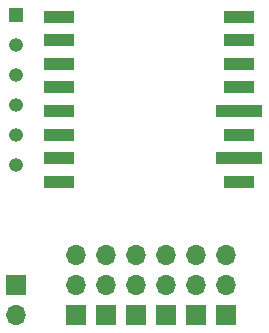
<source format=gbr>
%TF.GenerationSoftware,KiCad,Pcbnew,(6.0.2)*%
%TF.CreationDate,2022-09-28T21:47:16+01:00*%
%TF.ProjectId,m-link-lite,6d2d6c69-6e6b-42d6-9c69-74652e6b6963,rev?*%
%TF.SameCoordinates,Original*%
%TF.FileFunction,Soldermask,Bot*%
%TF.FilePolarity,Negative*%
%FSLAX46Y46*%
G04 Gerber Fmt 4.6, Leading zero omitted, Abs format (unit mm)*
G04 Created by KiCad (PCBNEW (6.0.2)) date 2022-09-28 21:47:16*
%MOMM*%
%LPD*%
G01*
G04 APERTURE LIST*
%ADD10O,1.700000X1.700000*%
%ADD11R,1.700000X1.700000*%
%ADD12R,1.200000X1.200000*%
%ADD13O,1.200000X1.200000*%
%ADD14R,2.500000X1.000000*%
%ADD15R,4.000000X1.000000*%
G04 APERTURE END LIST*
D10*
%TO.C,J3*%
X86360000Y-91440000D03*
X86360000Y-93980000D03*
D11*
X86360000Y-96520000D03*
D10*
X88900000Y-91440000D03*
X88900000Y-93980000D03*
D11*
X88900000Y-96520000D03*
D10*
X91440000Y-91440000D03*
X91440000Y-93980000D03*
D11*
X91440000Y-96520000D03*
D10*
X93980000Y-91440000D03*
X93980000Y-93980000D03*
D11*
X93980000Y-96520000D03*
D10*
X96520000Y-91440000D03*
X96520000Y-93980000D03*
D11*
X96520000Y-96520000D03*
D10*
X99060000Y-91440000D03*
X99060000Y-93980000D03*
D11*
X99060000Y-96520000D03*
%TD*%
D12*
%TO.C,J2*%
X81280000Y-71120000D03*
D13*
X81280000Y-73660000D03*
X81280000Y-76200000D03*
X81280000Y-78740000D03*
X81280000Y-81280000D03*
X81280000Y-83820000D03*
%TD*%
D11*
%TO.C,J1*%
X81280000Y-93980000D03*
D10*
X81280000Y-96520000D03*
%TD*%
D14*
%TO.C,U4*%
X100100000Y-71250000D03*
X100100000Y-73250000D03*
X100100000Y-75250000D03*
X100100000Y-77250000D03*
D15*
X100100000Y-79250000D03*
D14*
X100100000Y-81250000D03*
D15*
X100100000Y-83250000D03*
D14*
X100100000Y-85250000D03*
X84900000Y-85250000D03*
X84900000Y-83250000D03*
X84900000Y-81250000D03*
X84900000Y-79250000D03*
X84900000Y-77250000D03*
X84900000Y-75250000D03*
X84900000Y-73250000D03*
X84900000Y-71250000D03*
%TD*%
M02*

</source>
